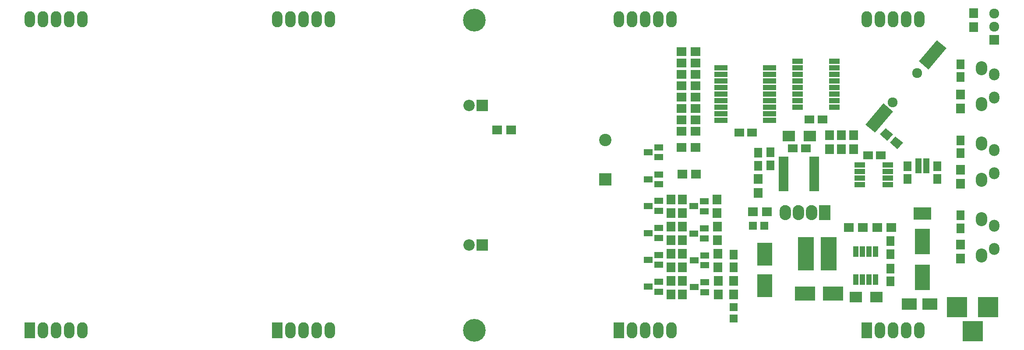
<source format=gbs>
G04 #@! TF.FileFunction,Soldermask,Bot*
%FSLAX46Y46*%
G04 Gerber Fmt 4.6, Leading zero omitted, Abs format (unit mm)*
G04 Created by KiCad (PCBNEW 4.0.6) date 01/08/18 11:05:27*
%MOMM*%
%LPD*%
G01*
G04 APERTURE LIST*
%ADD10C,0.100000*%
%ADD11C,4.400000*%
%ADD12R,2.024000X3.124000*%
%ADD13O,2.024000X3.124000*%
%ADD14C,1.924000*%
%ADD15R,1.650000X1.900000*%
%ADD16R,2.900000X4.900000*%
%ADD17R,1.900000X1.650000*%
%ADD18R,2.900000X4.400000*%
%ADD19R,2.400000X2.000000*%
%ADD20R,2.900000X2.200000*%
%ADD21R,1.600000X1.600000*%
%ADD22R,3.900000X2.700000*%
%ADD23R,2.200000X2.200000*%
%ADD24C,2.200000*%
%ADD25R,1.850000X0.850000*%
%ADD26R,3.900120X3.900120*%
%ADD27C,1.920000*%
%ADD28R,1.920000X1.920000*%
%ADD29R,3.024000X6.400000*%
%ADD30R,2.400000X2.400000*%
%ADD31C,2.400000*%
%ADD32R,1.654000X1.200100*%
%ADD33R,2.400000X2.100000*%
%ADD34R,1.700000X1.900000*%
%ADD35R,1.900000X1.700000*%
%ADD36O,2.024000X2.324000*%
%ADD37O,2.224000X2.724000*%
%ADD38R,2.624000X1.074000*%
%ADD39R,2.624000X1.074400*%
%ADD40R,1.100000X2.100000*%
%ADD41R,2.124000X1.054000*%
%ADD42R,2.100000X1.100000*%
%ADD43R,1.150000X2.900000*%
%ADD44R,3.400000X2.400000*%
%ADD45R,2.224000X2.924000*%
%ADD46O,2.224000X2.924000*%
G04 APERTURE END LIST*
D10*
D11*
X145000000Y-55000000D03*
D12*
X59000000Y-115000000D03*
D13*
X61540000Y-115000000D03*
X64080000Y-115000000D03*
X66620000Y-115000000D03*
X69160000Y-115000000D03*
X69160000Y-54800000D03*
X66620000Y-54800000D03*
X64080000Y-54800000D03*
X61540000Y-54800000D03*
X59000000Y-54800000D03*
D12*
X106910000Y-115000000D03*
D13*
X109450000Y-115000000D03*
X111990000Y-115000000D03*
X114530000Y-115000000D03*
X117070000Y-115000000D03*
X117070000Y-54800000D03*
X114530000Y-54800000D03*
X111990000Y-54800000D03*
X109450000Y-54800000D03*
X106910000Y-54800000D03*
D12*
X172920000Y-115000000D03*
D13*
X175460000Y-115000000D03*
X178000000Y-115000000D03*
X180540000Y-115000000D03*
X183080000Y-115000000D03*
X183080000Y-54800000D03*
X180540000Y-54800000D03*
X178000000Y-54800000D03*
X175460000Y-54800000D03*
X172920000Y-54800000D03*
D12*
X220840000Y-115000000D03*
D13*
X223380000Y-115000000D03*
X225920000Y-115000000D03*
X228460000Y-115000000D03*
X231000000Y-115000000D03*
X231000000Y-54800000D03*
X228460000Y-54800000D03*
X225920000Y-54800000D03*
X223380000Y-54800000D03*
X220840000Y-54800000D03*
D10*
G36*
X222455948Y-76772572D02*
X220617441Y-75229882D01*
X224088494Y-71093242D01*
X225927001Y-72635932D01*
X222455948Y-76772572D01*
X222455948Y-76772572D01*
G37*
G36*
X232740550Y-64515861D02*
X230902043Y-62973171D01*
X234373096Y-58836531D01*
X236211603Y-60379221D01*
X232740550Y-64515861D01*
X232740550Y-64515861D01*
G37*
D14*
X225843371Y-70868729D03*
X230600000Y-65200000D03*
D15*
X225400000Y-105550000D03*
X225400000Y-103050000D03*
D16*
X231600000Y-104800000D03*
X231600000Y-97800000D03*
D15*
X238950000Y-95250000D03*
X238950000Y-92750000D03*
X238950000Y-80750000D03*
X238950000Y-78250000D03*
D17*
X196150000Y-76700000D03*
X198650000Y-76700000D03*
X212250000Y-74200000D03*
X209750000Y-74200000D03*
D18*
X201100000Y-100300000D03*
X201100000Y-106400000D03*
D15*
X225400000Y-97750000D03*
X225400000Y-100250000D03*
D19*
X205800000Y-77400000D03*
X209800000Y-77400000D03*
D15*
X238950000Y-66000000D03*
X238950000Y-63500000D03*
X199800000Y-83150000D03*
X199800000Y-80650000D03*
X202200000Y-83050000D03*
X202200000Y-80550000D03*
X234500000Y-85750000D03*
X234500000Y-83250000D03*
X228700000Y-85750000D03*
X228700000Y-83250000D03*
D10*
G36*
X223384402Y-77114368D02*
X224445002Y-75850395D01*
X225900486Y-77071692D01*
X224839886Y-78335665D01*
X223384402Y-77114368D01*
X223384402Y-77114368D01*
G37*
G36*
X225299514Y-78721338D02*
X226360114Y-77457365D01*
X227815598Y-78678662D01*
X226754998Y-79942635D01*
X225299514Y-78721338D01*
X225299514Y-78721338D01*
G37*
D17*
X206550000Y-79800000D03*
X209050000Y-79800000D03*
X221050000Y-81100000D03*
X223550000Y-81100000D03*
D20*
X229000000Y-109900000D03*
X233000000Y-109900000D03*
D21*
X195100000Y-110500000D03*
X195100000Y-112700000D03*
D22*
X214300000Y-107900000D03*
X208900000Y-107900000D03*
D23*
X146500000Y-71500000D03*
D24*
X143960000Y-71500000D03*
D21*
X198850000Y-94750000D03*
X201050000Y-94750000D03*
D23*
X146500000Y-98500000D03*
D24*
X143960000Y-98500000D03*
D25*
X204750000Y-87625000D03*
X204750000Y-86975000D03*
X204750000Y-86325000D03*
X204750000Y-85675000D03*
X204750000Y-85025000D03*
X204750000Y-84375000D03*
X204750000Y-83725000D03*
X204750000Y-83075000D03*
X204750000Y-82425000D03*
X204750000Y-81775000D03*
X210650000Y-81775000D03*
X210650000Y-82425000D03*
X210650000Y-83075000D03*
X210650000Y-83725000D03*
X210650000Y-84375000D03*
X210650000Y-85025000D03*
X210650000Y-85675000D03*
X210650000Y-86325000D03*
X210650000Y-86975000D03*
X210650000Y-87625000D03*
D26*
X238299860Y-110500000D03*
X244299340Y-110500000D03*
X241299600Y-115199000D03*
D27*
X245500000Y-56210000D03*
X245500000Y-53670000D03*
D28*
X245500000Y-58750000D03*
D29*
X209100000Y-100200000D03*
X213500000Y-100200000D03*
D30*
X170300000Y-85800000D03*
D31*
X170300000Y-78200000D03*
D32*
X189500000Y-105700000D03*
X189500000Y-107600000D03*
X187499240Y-106650000D03*
X189400760Y-90050000D03*
X189400760Y-91950000D03*
X187400000Y-91000000D03*
X189400000Y-95300000D03*
X189400000Y-97200000D03*
X187399240Y-96250000D03*
X189500000Y-100500000D03*
X189500000Y-102400000D03*
X187499240Y-101450000D03*
X180600760Y-84850000D03*
X180600760Y-86750000D03*
X178600000Y-85800000D03*
X180600760Y-79600000D03*
X180600760Y-81500000D03*
X178600000Y-80550000D03*
D33*
X222700000Y-108600000D03*
X218700000Y-108600000D03*
D34*
X195100000Y-108100000D03*
X195100000Y-105400000D03*
D35*
X220050000Y-95100000D03*
X217350000Y-95100000D03*
X225550000Y-95100000D03*
X222850000Y-95100000D03*
X187700000Y-63300000D03*
X185000000Y-63300000D03*
D34*
X199800000Y-88450000D03*
X199800000Y-85750000D03*
D35*
X187700000Y-65500000D03*
X185000000Y-65500000D03*
X187700000Y-61100000D03*
X185000000Y-61100000D03*
D34*
X185200000Y-108100000D03*
X185200000Y-105400000D03*
D35*
X187700000Y-76500000D03*
X185000000Y-76500000D03*
D34*
X185200000Y-92350000D03*
X185200000Y-89650000D03*
X185200000Y-97600000D03*
X185200000Y-94900000D03*
X185200000Y-102850000D03*
X185200000Y-100150000D03*
D35*
X198850000Y-92100000D03*
X201550000Y-92100000D03*
X187700000Y-74300000D03*
X185000000Y-74300000D03*
D34*
X183000000Y-108100000D03*
X183000000Y-105400000D03*
X183000000Y-92350000D03*
X183000000Y-89650000D03*
X183000000Y-97600000D03*
X183000000Y-94900000D03*
X183000000Y-102850000D03*
X183000000Y-100150000D03*
D35*
X152100000Y-76250000D03*
X149400000Y-76250000D03*
D34*
X192100000Y-108100000D03*
X192100000Y-105400000D03*
X191900000Y-92350000D03*
X191900000Y-89650000D03*
X192000000Y-97600000D03*
X192000000Y-94900000D03*
X192050000Y-102850000D03*
X192050000Y-100150000D03*
D35*
X187700000Y-67700000D03*
X185000000Y-67700000D03*
X187700000Y-69900000D03*
X185000000Y-69900000D03*
D34*
X238950000Y-101100000D03*
X238950000Y-98400000D03*
D35*
X187700000Y-72100000D03*
X185000000Y-72100000D03*
D34*
X238950000Y-86600000D03*
X238950000Y-83900000D03*
D35*
X185150000Y-84800000D03*
X187850000Y-84800000D03*
D34*
X238950000Y-72100000D03*
X238950000Y-69400000D03*
X218300000Y-79950000D03*
X218300000Y-77250000D03*
D35*
X187750000Y-79600000D03*
X185050000Y-79600000D03*
D34*
X215900000Y-79950000D03*
X215900000Y-77250000D03*
X213600000Y-79950000D03*
X213600000Y-77250000D03*
X241500000Y-56350000D03*
X241500000Y-53650000D03*
D36*
X245500000Y-94750000D03*
X245500000Y-99250000D03*
D37*
X243000000Y-93500000D03*
X243000000Y-100500000D03*
D36*
X245500000Y-80125000D03*
X245500000Y-84625000D03*
D37*
X243000000Y-78875000D03*
X243000000Y-85875000D03*
D36*
X245500000Y-65500000D03*
X245500000Y-70000000D03*
D37*
X243000000Y-64250000D03*
X243000000Y-71250000D03*
D38*
X202000000Y-64220000D03*
X202000000Y-65490000D03*
X202000000Y-66760000D03*
X202000000Y-68030000D03*
X202000000Y-69300000D03*
X202000000Y-70570000D03*
X202000000Y-71840000D03*
X202000000Y-73110000D03*
X202000000Y-74380000D03*
X192600000Y-74380000D03*
X192600000Y-73110000D03*
X192600000Y-71840000D03*
X192600000Y-70570000D03*
X192600000Y-69300000D03*
X192600000Y-68030000D03*
X192600000Y-66760000D03*
X192600000Y-65490000D03*
D39*
X192600000Y-64220000D03*
D40*
X218695000Y-99800000D03*
X219965000Y-99800000D03*
X221235000Y-99800000D03*
X222505000Y-99800000D03*
X222505000Y-105200000D03*
X221235000Y-105200000D03*
X219965000Y-105200000D03*
X218695000Y-105200000D03*
D41*
X207450000Y-71820000D03*
X207450000Y-70550000D03*
X207450000Y-69280000D03*
X207450000Y-68010000D03*
X207450000Y-66740000D03*
X207450000Y-65470000D03*
X207450000Y-64200000D03*
X207450000Y-62930000D03*
X214550000Y-62930000D03*
X214550000Y-64200000D03*
X214550000Y-65470000D03*
X214550000Y-66740000D03*
X214550000Y-68010000D03*
X214550000Y-69280000D03*
X214550000Y-70550000D03*
X214550000Y-71820000D03*
D42*
X224900000Y-82995000D03*
X224900000Y-84265000D03*
X224900000Y-85535000D03*
X224900000Y-86805000D03*
X219500000Y-86805000D03*
X219500000Y-85535000D03*
X219500000Y-84265000D03*
X219500000Y-82995000D03*
D15*
X195100000Y-100350000D03*
X195100000Y-102850000D03*
D32*
X180600760Y-105628572D03*
X180600760Y-107528572D03*
X178600000Y-106578572D03*
X180600760Y-89978572D03*
X180600760Y-91878572D03*
X178600000Y-90928572D03*
X180600760Y-95228572D03*
X180600760Y-97128572D03*
X178600000Y-96178572D03*
X180600760Y-100428572D03*
X180600760Y-102328572D03*
X178600000Y-101378572D03*
D43*
X230850000Y-83200000D03*
X232350000Y-83200000D03*
D44*
X231600000Y-92400000D03*
D45*
X212690000Y-92200000D03*
D46*
X210150000Y-92200000D03*
X207610000Y-92200000D03*
X205070000Y-92200000D03*
D11*
X145000000Y-115000000D03*
M02*

</source>
